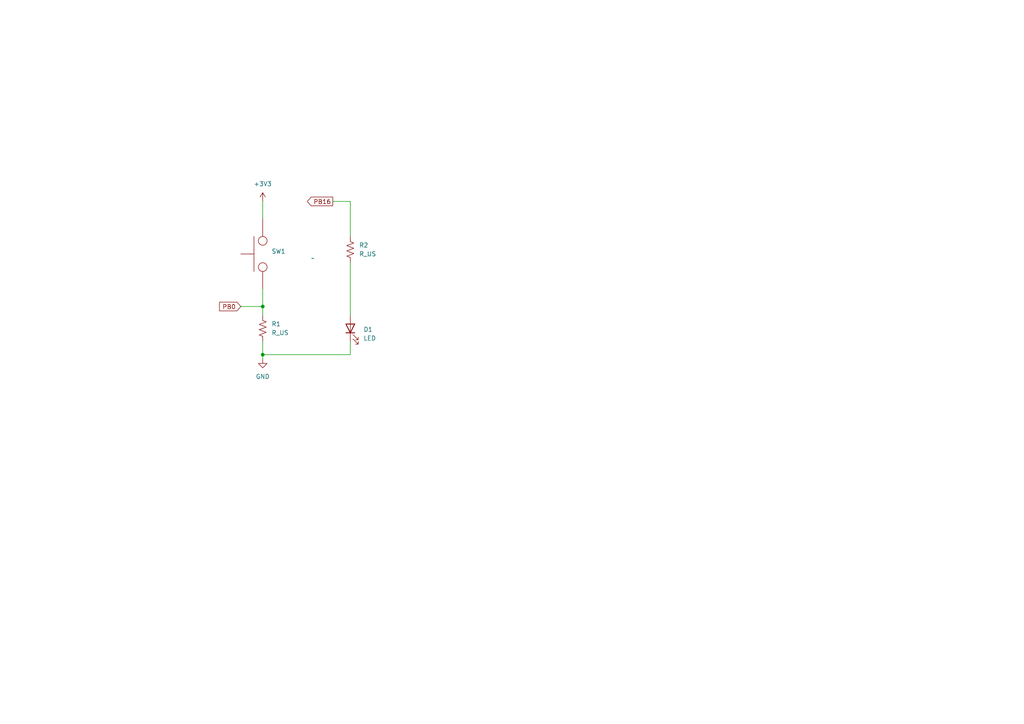
<source format=kicad_sch>
(kicad_sch (version 20231120) (generator "eeschema") (generator_version "8.0")
  (paper "A4")
  (lib_symbols
    (symbol "319:Switch_319"
      (property "Reference" "SW" (at -6.096 -3.048 0))
      (symbol "Switch_319_0_1"
        (circle (center 0 -3.81) (radius 1.27))
        (polyline (pts (xy -3.81 0) (xy -6.35 0)))
        (polyline (pts (xy -3.81 0) (xy -3.81 0)))
        (polyline (pts (xy -3.81 0) (xy -2.54 0)))
        (polyline (pts (xy -2.54 -1.27) (xy -2.54 -5.08)))
        (polyline (pts (xy -2.54 1.27) (xy -2.54 -1.27)))
        (polyline (pts (xy -2.54 1.27) (xy -2.54 5.08)))
        (polyline (pts (xy 0 -5.08) (xy 0 -7.62)))
        (polyline (pts (xy 0 -5.08) (xy 0 -5.08)))
        (polyline (pts (xy 0 5.08) (xy 0 7.62)))
        (polyline (pts (xy 8.89 2.54) (xy 8.89 2.54)))
        (polyline (pts (xy 12.7 3.81) (xy 12.7 3.81)))
        (circle (center 0 3.81) (radius 1.27))
      )
      (symbol "Switch_319_1_1"
        (pin output line (at 0 -10.16 90) (length 2.54) (name "") (number ""))
        (pin input line (at 0 10.16 270) (length 2.54) (name "") (number ""))
      )
    )
    (symbol "Device:LED" (pin_numbers hide) (pin_names (offset 1.016) hide)
      (property "Reference" "D" (at 0 2.54 0))
      (property "Value" "LED" (at 0 -2.54 0))
      (symbol "LED_0_1"
        (polyline (pts (xy -1.27 -1.27) (xy -1.27 1.27)) (stroke (width 0.254)))
        (polyline (pts (xy -1.27 0) (xy 1.27 0)))
        (polyline (pts (xy 1.27 -1.27) (xy 1.27 1.27) (xy -1.27 0) (xy 1.27 -1.27)) (stroke (width 0.254)))
        (polyline (pts (xy -3.048 -0.762) (xy -4.572 -2.286) (xy -3.81 -2.286) (xy -4.572 -2.286) (xy -4.572 -1.524)))
        (polyline (pts (xy -1.778 -0.762) (xy -3.302 -2.286) (xy -2.54 -2.286) (xy -3.302 -2.286) (xy -3.302 -1.524)))
      )
      (symbol "LED_1_1"
        (pin passive line (at -3.81 0 0) (length 2.54) (name "K") (number "1"))
        (pin passive line (at 3.81 0 180) (length 2.54) (name "A") (number "2"))
      )
    )
    (symbol "Device:R_US" (pin_numbers hide) (pin_names (offset 0))
      (property "Reference" "R" (at 2.54 0 90))
      (property "Value" "R_US" (at -2.54 0 90))
      (symbol "R_US_0_1"
        (polyline (pts (xy 0 -2.286) (xy 0 -2.54)))
        (polyline (pts (xy 0 2.286) (xy 0 2.54)))
        (polyline (pts (xy 0 -0.762) (xy 1.016 -1.143) (xy 0 -1.524) (xy -1.016 -1.905) (xy 0 -2.286)))
        (polyline (pts (xy 0 0.762) (xy 1.016 0.381) (xy 0 0) (xy -1.016 -0.381) (xy 0 -0.762)))
        (polyline (pts (xy 0 2.286) (xy 1.016 1.905) (xy 0 1.524) (xy -1.016 1.143) (xy 0 0.762)))
      )
      (symbol "R_US_1_1"
        (pin passive line (at 0 3.81 270) (length 1.27) (name "~") (number "1"))
        (pin passive line (at 0 -3.81 90) (length 1.27) (name "~") (number "2"))
      )
    )
    (symbol "power:+3V3" (power) (pin_numbers hide) (pin_names (offset 0) hide)
      (property "Value" "+3V3" (at 0 3.556 0))
      (symbol "+3V3_0_1"
        (polyline (pts (xy -0.762 1.27) (xy 0 2.54)))
        (polyline (pts (xy 0 0) (xy 0 2.54)))
        (polyline (pts (xy 0 2.54) (xy 0.762 1.27)))
      )
      (symbol "+3V3_1_1"
        (pin power_in line (at 0 0 90) (length 0) (name "~") (number "1"))
      )
    )
    (symbol "power:GND" (power) (pin_numbers hide) (pin_names (offset 0) hide)
      (property "Value" "GND" (at 0 -3.81 0))
      (symbol "GND_0_1"
        (polyline (pts (xy 0 0) (xy 0 -1.27) (xy 1.27 -1.27) (xy 0 -2.54) (xy -1.27 -1.27) (xy 0 -1.27)))
      )
      (symbol "GND_1_1"
        (pin power_in line (at 0 0 270) (length 0) (name "~") (number "1"))
      )
    )
  )
  (junction (at 76.2 102.87))
  (junction (at 76.2 88.9))
  (wire (pts (xy 101.6 102.87) (xy 76.2 102.87)))
  (wire (pts (xy 76.2 102.87) (xy 76.2 104.14)))
  (wire (pts (xy 76.2 99.06) (xy 76.2 102.87)))
  (wire (pts (xy 69.85 88.9) (xy 76.2 88.9)))
  (wire (pts (xy 76.2 58.42) (xy 76.2 63.5)))
  (wire (pts (xy 101.6 99.06) (xy 101.6 102.87)))
  (wire (pts (xy 96.52 58.42) (xy 101.6 58.42)))
  (wire (pts (xy 76.2 88.9) (xy 76.2 91.44)))
  (wire (pts (xy 101.6 76.2) (xy 101.6 91.44)))
  (wire (pts (xy 101.6 58.42) (xy 101.6 68.58)))
  (wire (pts (xy 76.2 83.82) (xy 76.2 88.9)))
  (global_label "PB16" (shape output) (at 96.52 58.42 180) (property "Intersheetrefs" "${INTERSHEET_REFS}" (effects (hide yes))))
  (global_label "PB0" (shape input) (at 69.85 88.9 180) (property "Intersheetrefs" "${INTERSHEET_REFS}" (effects (hide yes))))
  (symbol (lib_id "power:+3V3") (at 76.2 58.42 0) (unit 1)
    (property "Reference" "#PWR01" (effects (hide yes)))
    (property "Value" "+3V3" (at 76.2 53.34 0))
    (property "Description" "Power symbol creates a global label with name \"+3V3\"" (effects (hide yes)))
  )
  (symbol (lib_id "power:GND") (at 76.2 104.14 0) (unit 1)
    (property "Reference" "#PWR02" (effects (hide yes)))
    (property "Value" "GND" (at 76.2 109.22 0))
    (property "Description" "Power symbol creates a global label with name \"GND\" , ground" (effects (hide yes)))
  )
  (symbol (lib_id "Device:R_US") (at 76.2 95.25 0) (unit 1)
    (property "Reference" "R1" (at 78.74 93.9799 0) (effects (justify left)))
    (property "Value" "R_US" (at 78.74 96.5199 0) (effects (justify left)))
    (property "Description" "Resistor, US symbol" (effects (hide yes)))
  )
  (symbol (lib_id "319:Switch_319") (at 76.2 73.66 0) (unit 1)
    (property "Reference" "SW1" (at 78.74 72.898 0) (effects (justify left)))
    (property "Value" "~" (at 90.17 74.93 0) (effects (justify left)))
  )
  (symbol (lib_id "Device:R_US") (at 101.6 72.39 0) (unit 1)
    (property "Reference" "R2" (at 104.14 71.1199 0) (effects (justify left)))
    (property "Value" "R_US" (at 104.14 73.6599 0) (effects (justify left)))
    (property "Description" "Resistor, US symbol" (effects (hide yes)))
  )
  (symbol (lib_id "Device:LED") (at 101.6 95.25 90) (unit 1)
    (property "Reference" "D1" (at 105.41 95.5674 90) (effects (justify right)))
    (property "Value" "LED" (at 105.41 98.1074 90) (effects (justify right)))
    (property "Description" "Light emitting diode" (effects (hide yes)))
  )
)
</source>
